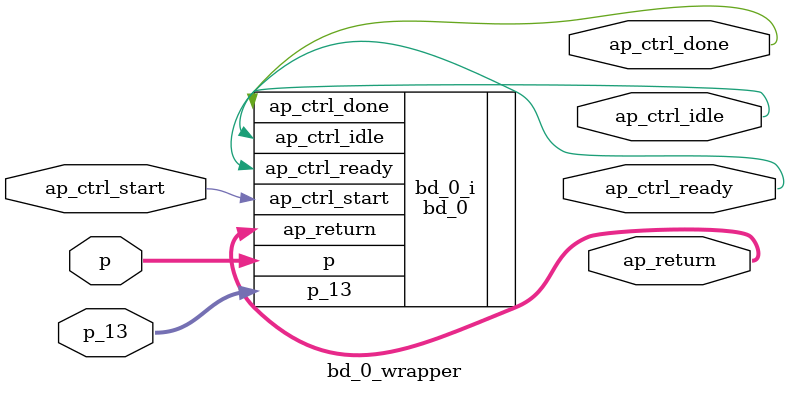
<source format=v>
`timescale 1 ps / 1 ps

module bd_0_wrapper
   (ap_ctrl_done,
    ap_ctrl_idle,
    ap_ctrl_ready,
    ap_ctrl_start,
    ap_return,
    p,
    p_13);
  output ap_ctrl_done;
  output ap_ctrl_idle;
  output ap_ctrl_ready;
  input ap_ctrl_start;
  output [31:0]ap_return;
  input [15:0]p;
  input [31:0]p_13;

  wire ap_ctrl_done;
  wire ap_ctrl_idle;
  wire ap_ctrl_ready;
  wire ap_ctrl_start;
  wire [31:0]ap_return;
  wire [15:0]p;
  wire [31:0]p_13;

  bd_0 bd_0_i
       (.ap_ctrl_done(ap_ctrl_done),
        .ap_ctrl_idle(ap_ctrl_idle),
        .ap_ctrl_ready(ap_ctrl_ready),
        .ap_ctrl_start(ap_ctrl_start),
        .ap_return(ap_return),
        .p(p),
        .p_13(p_13));
endmodule

</source>
